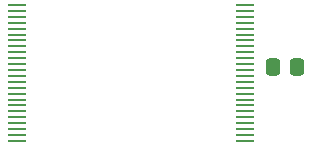
<source format=gbr>
G04 #@! TF.GenerationSoftware,KiCad,Pcbnew,(7.0.0-0)*
G04 #@! TF.CreationDate,2023-03-15T12:54:38-07:00*
G04 #@! TF.ProjectId,qcard-multicart,71636172-642d-46d7-956c-746963617274,3*
G04 #@! TF.SameCoordinates,Original*
G04 #@! TF.FileFunction,Paste,Top*
G04 #@! TF.FilePolarity,Positive*
%FSLAX46Y46*%
G04 Gerber Fmt 4.6, Leading zero omitted, Abs format (unit mm)*
G04 Created by KiCad (PCBNEW (7.0.0-0)) date 2023-03-15 12:54:38*
%MOMM*%
%LPD*%
G01*
G04 APERTURE LIST*
G04 Aperture macros list*
%AMRoundRect*
0 Rectangle with rounded corners*
0 $1 Rounding radius*
0 $2 $3 $4 $5 $6 $7 $8 $9 X,Y pos of 4 corners*
0 Add a 4 corners polygon primitive as box body*
4,1,4,$2,$3,$4,$5,$6,$7,$8,$9,$2,$3,0*
0 Add four circle primitives for the rounded corners*
1,1,$1+$1,$2,$3*
1,1,$1+$1,$4,$5*
1,1,$1+$1,$6,$7*
1,1,$1+$1,$8,$9*
0 Add four rect primitives between the rounded corners*
20,1,$1+$1,$2,$3,$4,$5,0*
20,1,$1+$1,$4,$5,$6,$7,0*
20,1,$1+$1,$6,$7,$8,$9,0*
20,1,$1+$1,$8,$9,$2,$3,0*%
G04 Aperture macros list end*
%ADD10R,1.540000X0.280000*%
%ADD11RoundRect,0.250000X0.337500X0.475000X-0.337500X0.475000X-0.337500X-0.475000X0.337500X-0.475000X0*%
G04 APERTURE END LIST*
D10*
X87309999Y-52249999D03*
X87309999Y-52749999D03*
X87309999Y-53249999D03*
X87309999Y-53749999D03*
X87309999Y-54249999D03*
X87309999Y-54749999D03*
X87309999Y-55249999D03*
X87309999Y-55749999D03*
X87309999Y-56249999D03*
X87309999Y-56749999D03*
X87309999Y-57249999D03*
X87309999Y-57749999D03*
X87309999Y-58249999D03*
X87309999Y-58749999D03*
X87309999Y-59249999D03*
X87309999Y-59749999D03*
X87309999Y-60249999D03*
X87309999Y-60749999D03*
X87309999Y-61249999D03*
X87309999Y-61749999D03*
X87309999Y-62249999D03*
X87309999Y-62749999D03*
X87309999Y-63249999D03*
X87309999Y-63749999D03*
X106689999Y-63749999D03*
X106689999Y-63249999D03*
X106689999Y-62749999D03*
X106689999Y-62249999D03*
X106689999Y-61749999D03*
X106689999Y-61249999D03*
X106689999Y-60749999D03*
X106689999Y-60249999D03*
X106689999Y-59749999D03*
X106689999Y-59249999D03*
X106689999Y-58749999D03*
X106689999Y-58249999D03*
X106689999Y-57749999D03*
X106689999Y-57249999D03*
X106689999Y-56749999D03*
X106689999Y-56249999D03*
X106689999Y-55749999D03*
X106689999Y-55249999D03*
X106689999Y-54749999D03*
X106689999Y-54249999D03*
X106689999Y-53749999D03*
X106689999Y-53249999D03*
X106689999Y-52749999D03*
X106689999Y-52249999D03*
D11*
X111075000Y-57500000D03*
X109000000Y-57500000D03*
M02*

</source>
